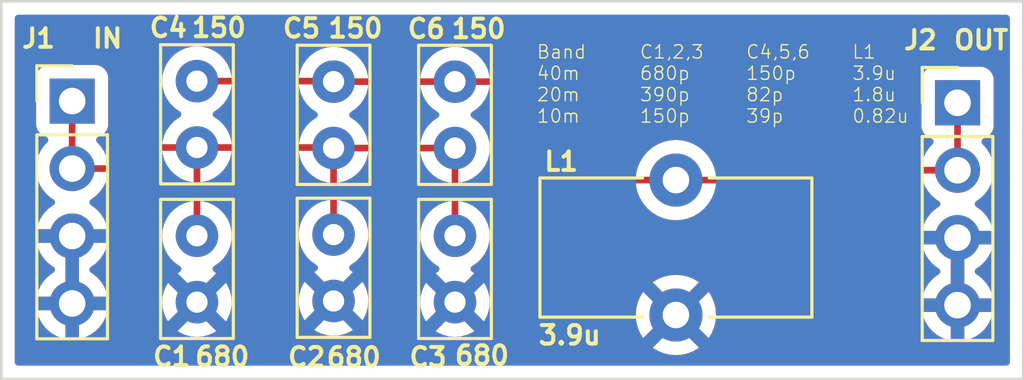
<source format=kicad_pcb>
(kicad_pcb (version 20211014) (generator pcbnew)
  (layers (0 "F.Cu" signal) (31 "B.Cu" signal) (34 "B.Paste" user) (35 "F.Paste" user) (36 "B.SilkS" user "B.Silkscreen") (37 "F.SilkS" user "F.Silkscreen") (38 "B.Mask" user) (39 "F.Mask" user) (44 "Edge.Cuts" user))
  (net 0 "")
  (net 1 "Net-(C1-Pad1)")
  (net 2 "GND")
  (net 3 "Net-(C4-Pad2)")
  (footprint "Capacitor_THT:C_Disc_D5.0mm_W2.5mm_P2.50mm" (layer "F.Cu") (at 54.356 59.69 90)
    (fp_text reference "C5" (at 4.5085 -1.2065 unlocked) (layer "F.SilkS") (effects (font (size 0.7 0.7))))
    (fp_text value "150" (at 4.5085 0.8255 unlocked) (layer "F.SilkS") (effects (font (size 0.7 0.7))))
    (fp_line (start 3.87 -1.37) (end 3.87 1.37) (layer "F.SilkS") (width 0.12))
    (fp_line (start -1.37 1.37) (end 3.87 1.37) (layer "F.SilkS") (width 0.12))
    (fp_line (start -1.37 -1.37) (end 3.87 -1.37) (layer "F.SilkS") (width 0.12))
    (fp_line (start -1.37 -1.37) (end -1.37 1.37) (layer "F.SilkS") (width 0.12))
    (pad "1" thru_hole circle (at 0 0 90) (size 1.6 1.6) (drill 0.8) (layers *.Cu *.Mask) (net 1 "Net-(C1-Pad1)"))
    (pad "2" thru_hole circle (at 2.5 0 90) (size 1.6 1.6) (drill 0.8) (layers *.Cu *.Mask) (net 3 "Net-(C4-Pad2)"))
  )
  (footprint "Capacitor_THT:C_Disc_D5.0mm_W2.5mm_P2.50mm" (layer "F.Cu") (at 58.928 59.69 90)
    (fp_text reference "C6" (at 4.4885 -1.0795 unlocked) (layer "F.SilkS") (effects (font (size 0.7 0.7))))
    (fp_text value "150" (at 4.4885 0.889 unlocked) (layer "F.SilkS") (effects (font (size 0.7 0.7))))
    (fp_line (start -1.37 -1.37) (end -1.37 1.37) (layer "F.SilkS") (width 0.12))
    (fp_line (start 3.87 -1.37) (end 3.87 1.37) (layer "F.SilkS") (width 0.12))
    (fp_line (start -1.37 -1.37) (end 3.87 -1.37) (layer "F.SilkS") (width 0.12))
    (fp_line (start -1.37 1.37) (end 3.87 1.37) (layer "F.SilkS") (width 0.12))
    (pad "1" thru_hole circle (at 0 0 90) (size 1.6 1.6) (drill 0.8) (layers *.Cu *.Mask) (net 1 "Net-(C1-Pad1)"))
    (pad "2" thru_hole circle (at 2.5 0 90) (size 1.6 1.6) (drill 0.8) (layers *.Cu *.Mask) (net 3 "Net-(C4-Pad2)"))
  )
  (footprint "Capacitor_THT:C_Disc_D5.0mm_W2.5mm_P2.50mm" (layer "F.Cu") (at 58.928 62.992 -90)
    (fp_text reference "C3" (at 4.572 1.016 unlocked) (layer "F.SilkS") (effects (font (size 0.7 0.7))))
    (fp_text value "680" (at 4.5085 -1.016 unlocked) (layer "F.SilkS") (effects (font (size 0.7 0.7))))
    (fp_line (start -1.37 -1.37) (end -1.37 1.37) (layer "F.SilkS") (width 0.12))
    (fp_line (start -1.37 1.37) (end 3.87 1.37) (layer "F.SilkS") (width 0.12))
    (fp_line (start -1.37 -1.37) (end 3.87 -1.37) (layer "F.SilkS") (width 0.12))
    (fp_line (start 3.87 -1.37) (end 3.87 1.37) (layer "F.SilkS") (width 0.12))
    (pad "1" thru_hole circle (at 0 0 270) (size 1.6 1.6) (drill 0.8) (layers *.Cu *.Mask) (net 1 "Net-(C1-Pad1)"))
    (pad "2" thru_hole circle (at 2.5 0 270) (size 1.6 1.6) (drill 0.8) (layers *.Cu *.Mask) (net 2 "GND"))
  )
  (footprint "Connector_PinHeader_2.54mm:PinHeader_1x04_P2.54mm_Vertical" (layer "F.Cu") (at 44.5135 57.922)
    (fp_text reference "J1" (at -1.27 -2.3595 unlocked) (layer "F.SilkS") (effects (font (size 0.7 0.7))))
    (fp_text value "IN" (at 1.3335 -2.3595 unlocked) (layer "F.SilkS") (effects (font (size 0.7 0.7))))
    (fp_line (start -1.33 8.95) (end 1.33 8.95) (layer "F.SilkS") (width 0.12))
    (fp_line (start -1.33 1.27) (end 1.33 1.27) (layer "F.SilkS") (width 0.12))
    (fp_line (start -1.33 0) (end -1.33 -1.33) (layer "F.SilkS") (width 0.12))
    (fp_line (start -1.33 1.27) (end -1.33 8.95) (layer "F.SilkS") (width 0.12))
    (fp_line (start 1.33 1.27) (end 1.33 8.95) (layer "F.SilkS") (width 0.12))
    (fp_line (start -1.33 -1.33) (end 0 -1.33) (layer "F.SilkS") (width 0.12))
    (pad "1" thru_hole rect (at 0 0) (size 1.7 1.7) (drill 1) (layers *.Cu *.Mask) (net 1 "Net-(C1-Pad1)"))
    (pad "2" thru_hole oval (at 0 2.54) (size 1.7 1.7) (drill 1) (layers *.Cu *.Mask) (net 1 "Net-(C1-Pad1)"))
    (pad "3" thru_hole oval (at 0 5.08) (size 1.7 1.7) (drill 1) (layers *.Cu *.Mask) (net 2 "GND"))
    (pad "4" thru_hole oval (at 0 7.62) (size 1.7 1.7) (drill 1) (layers *.Cu *.Mask) (net 2 "GND"))
  )
  (footprint "Capacitor_THT:C_Disc_D5.0mm_W2.5mm_P2.50mm" (layer "F.Cu") (at 49.2125 59.67 90)
    (fp_text reference "C4" (at 4.5085 -1.0795 unlocked) (layer "F.SilkS") (effects (font (size 0.7 0.7))))
    (fp_text value "150" (at 4.5085 0.8255 unlocked) (layer "F.SilkS") (effects (font (size 0.7 0.7))))
    (fp_line (start -1.37 1.37) (end 3.87 1.37) (layer "F.SilkS") (width 0.12))
    (fp_line (start 3.87 -1.37) (end 3.87 1.37) (layer "F.SilkS") (width 0.12))
    (fp_line (start -1.37 -1.37) (end 3.87 -1.37) (layer "F.SilkS") (width 0.12))
    (fp_line (start -1.37 -1.37) (end -1.37 1.37) (layer "F.SilkS") (width 0.12))
    (pad "1" thru_hole circle (at 0 0 90) (size 1.6 1.6) (drill 0.8) (layers *.Cu *.Mask) (net 1 "Net-(C1-Pad1)"))
    (pad "2" thru_hole circle (at 2.5 0 90) (size 1.6 1.6) (drill 0.8) (layers *.Cu *.Mask) (net 3 "Net-(C4-Pad2)"))
  )
  (footprint "Capacitor_THT:C_Disc_D5.0mm_W2.5mm_P2.50mm" (layer "F.Cu") (at 49.2125 62.992 -90)
    (fp_text reference "C1" (at 4.552 0.9525 unlocked) (layer "F.SilkS") (effects (font (size 0.7 0.7))))
    (fp_text value "680" (at 4.552 -0.9525 unlocked) (layer "F.SilkS") (effects (font (size 0.7 0.7))))
    (fp_line (start 3.87 -1.37) (end 3.87 1.37) (layer "F.SilkS") (width 0.12))
    (fp_line (start -1.37 -1.37) (end -1.37 1.37) (layer "F.SilkS") (width 0.12))
    (fp_line (start -1.37 -1.37) (end 3.87 -1.37) (layer "F.SilkS") (width 0.12))
    (fp_line (start -1.37 1.37) (end 3.87 1.37) (layer "F.SilkS") (width 0.12))
    (pad "1" thru_hole circle (at 0 0 270) (size 1.6 1.6) (drill 0.8) (layers *.Cu *.Mask) (net 1 "Net-(C1-Pad1)"))
    (pad "2" thru_hole circle (at 2.5 0 270) (size 1.6 1.6) (drill 0.8) (layers *.Cu *.Mask) (net 2 "GND"))
  )
  (footprint "Connector_PinHeader_2.54mm:PinHeader_1x04_P2.54mm_Vertical" (layer "F.Cu") (at 77.851 57.9855)
    (fp_text reference "J2" (at -1.397 -2.3595 unlocked) (layer "F.SilkS") (effects (font (size 0.7 0.7))))
    (fp_text value "OUT" (at 0.889 -2.3595 unlocked) (layer "F.SilkS") (effects (font (size 0.7 0.7))))
    (fp_line (start -1.33 1.27) (end 1.33 1.27) (layer "F.SilkS") (width 0.12))
    (fp_line (start -1.33 8.95) (end 1.33 8.95) (layer "F.SilkS") (width 0.12))
    (fp_line (start -1.33 -1.33) (end 0 -1.33) (layer "F.SilkS") (width 0.12))
    (fp_line (start -1.33 1.27) (end -1.33 8.95) (layer "F.SilkS") (width 0.12))
    (fp_line (start 1.33 1.27) (end 1.33 8.95) (layer "F.SilkS") (width 0.12))
    (fp_line (start -1.33 0) (end -1.33 -1.33) (layer "F.SilkS") (width 0.12))
    (pad "1" thru_hole rect (at 0 0) (size 1.7 1.7) (drill 1) (layers *.Cu *.Mask) (net 3 "Net-(C4-Pad2)"))
    (pad "2" thru_hole oval (at 0 2.54) (size 1.7 1.7) (drill 1) (layers *.Cu *.Mask) (net 3 "Net-(C4-Pad2)"))
    (pad "3" thru_hole oval (at 0 5.08) (size 1.7 1.7) (drill 1) (layers *.Cu *.Mask) (net 2 "GND"))
    (pad "4" thru_hole oval (at 0 7.62) (size 1.7 1.7) (drill 1) (layers *.Cu *.Mask) (net 2 "GND"))
  )
  (footprint "Inductor_THT:L_Toroid_Vertical_L10.0mm_W5.0mm_P5.08mm" (layer "F.Cu") (at 67.2465 60.8965)
    (fp_text reference "L1" (at -4.318 -0.6985 unlocked) (layer "F.SilkS") (effects (font (size 0.7 0.7))))
    (fp_text value "3.9u" (at -4.0005 5.842 unlocked) (layer "F.SilkS") (effects (font (size 0.7 0.7))))
    (fp_line (start -5.12 -0.08) (end -1.255 -0.08) (layer "F.SilkS") (width 0.12))
    (fp_line (start 1.255 -0.08) (end 5.12 -0.08) (layer "F.SilkS") (width 0.12))
    (fp_line (start 5.12 -0.08) (end 5.12 5.16) (layer "F.SilkS") (width 0.12))
    (fp_line (start -5.12 5.16) (end -1.255 5.16) (layer "F.SilkS") (width 0.12))
    (fp_line (start -5.12 -0.08) (end -5.12 5.16) (layer "F.SilkS") (width 0.12))
    (fp_line (start 1.255 5.16) (end 5.12 5.16) (layer "F.SilkS") (width 0.12))
    (pad "1" thru_hole circle (at 0 0) (size 2 2) (drill 1) (layers *.Cu *.Mask) (net 3 "Net-(C4-Pad2)"))
    (pad "2" thru_hole circle (at 0 5.08) (size 2 2) (drill 1) (layers *.Cu *.Mask) (net 2 "GND"))
  )
  (footprint "Capacitor_THT:C_Disc_D5.0mm_W2.5mm_P2.50mm" (layer "F.Cu") (at 54.356 62.9485 -90)
    (fp_text reference "C2" (at 4.6155 1.016 unlocked) (layer "F.SilkS") (effects (font (size 0.7 0.7))))
    (fp_text value "680" (at 4.6155 -0.762 unlocked) (layer "F.SilkS") (effects (font (size 0.7 0.7))))
    (fp_line (start -1.37 1.37) (end 3.87 1.37) (layer "F.SilkS") (width 0.12))
    (fp_line (start -1.37 -1.37) (end 3.87 -1.37) (layer "F.SilkS") (width 0.12))
    (fp_line (start 3.87 -1.37) (end 3.87 1.37) (layer "F.SilkS") (width 0.12))
    (fp_line (start -1.37 -1.37) (end -1.37 1.37) (layer "F.SilkS") (width 0.12))
    (pad "1" thru_hole circle (at 0 0 270) (size 1.6 1.6) (drill 0.8) (layers *.Cu *.Mask) (net 1 "Net-(C1-Pad1)"))
    (pad "2" thru_hole circle (at 2.5 0 270) (size 1.6 1.6) (drill 0.8) (layers *.Cu *.Mask) (net 2 "GND"))
  )
  (gr_rect (start 41.8465 54.1655) (end 80.3275 68.3895) (layer "Edge.Cuts") (width 0.1) (fill none))
  (gr_text "Band	C1,2,3	C4,5,6	L1\n40m	  	680p	150p	3.9u\n20m   	390p	82p		1.8u\n10m	  	150p	39p		0.82u" (at 61.976 57.277) (layer "F.SilkS") (effects (font (size 0.5 0.5) (thickness 0.05)) (justify left)))
  (segment (start 49.2125 59.67) (end 54.336 59.67) (width 0.25) (layer "F.Cu") (net 1))
  (segment (start 54.356 59.69) (end 58.928 59.69) (width 0.25) (layer "F.Cu") (net 1))
  (segment (start 46.091 60.462) (end 46.883 59.67) (width 0.25) (layer "F.Cu") (net 1))
  (segment (start 49.2125 59.67) (end 49.2125 62.992) (width 0.25) (layer "F.Cu") (net 1))
  (segment (start 44.5135 60.462) (end 46.091 60.462) (width 0.25) (layer "F.Cu") (net 1))
  (segment (start 44.5135 57.922) (end 44.5135 60.462) (width 0.25) (layer "F.Cu") (net 1))
  (segment (start 58.928 59.69) (end 58.928 62.992) (width 0.25) (layer "F.Cu") (net 1))
  (segment (start 46.883 59.67) (end 49.2125 59.67) (width 0.25) (layer "F.Cu") (net 1))
  (segment (start 54.356 59.69) (end 54.356 62.9485) (width 0.25) (layer "F.Cu") (net 1))
  (segment (start 54.336 59.67) (end 54.356 59.69) (width 0.25) (layer "F.Cu") (net 1))
  (segment (start 75.311 60.5155) (end 75.321 60.5255) (width 0.25) (layer "F.Cu") (net 3))
  (segment (start 67.2465 60.8965) (end 74.1045 60.8965) (width 0.25) (layer "F.Cu") (net 3))
  (segment (start 49.2125 57.17) (end 54.336 57.17) (width 0.25) (layer "F.Cu") (net 3))
  (segment (start 54.336 57.17) (end 54.356 57.19) (width 0.25) (layer "F.Cu") (net 3))
  (segment (start 60.873 57.19) (end 61.214 57.531) (width 0.25) (layer "F.Cu") (net 3))
  (segment (start 61.214 60.5155) (end 61.595 60.8965) (width 0.25) (layer "F.Cu") (net 3))
  (segment (start 61.595 60.8965) (end 67.2465 60.8965) (width 0.25) (layer "F.Cu") (net 3))
  (segment (start 54.356 57.19) (end 58.928 57.19) (width 0.25) (layer "F.Cu") (net 3))
  (segment (start 74.4855 60.5155) (end 75.311 60.5155) (width 0.25) (layer "F.Cu") (net 3))
  (segment (start 58.928 57.19) (end 60.873 57.19) (width 0.25) (layer "F.Cu") (net 3))
  (segment (start 61.214 57.531) (end 61.214 60.5155) (width 0.25) (layer "F.Cu") (net 3))
  (segment (start 75.321 60.5255) (end 77.851 60.5255) (width 0.25) (layer "F.Cu") (net 3))
  (segment (start 77.851 57.9855) (end 77.851 60.5255) (width 0.25) (layer "F.Cu") (net 3))
  (segment (start 74.1045 60.8965) (end 74.4855 60.5155) (width 0.25) (layer "F.Cu") (net 3))
  (zone (net 2) (net_name "GND") (layers F&B.Cu) (connect_pads (clearance 0.508)) (min_thickness 0.254) (fill yes (thermal_gap 0.508) (thermal_bridge_width 0.508))
    (polygon (pts (xy 80.3275 68.3895) (xy 41.8465 68.3895) (xy 41.8465 54.1655) (xy 80.3275 54.1655)))
  )
)
</source>
